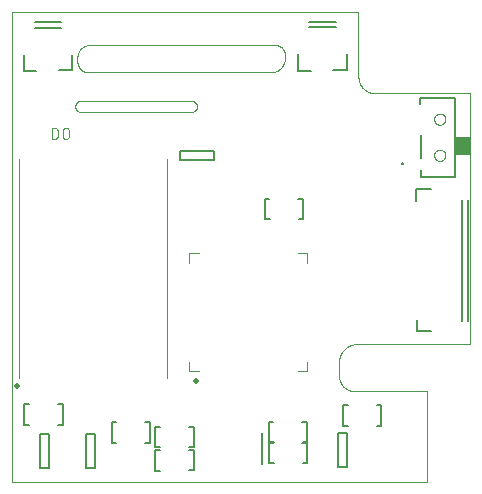
<source format=gto>
G75*
%MOIN*%
%OFA0B0*%
%FSLAX25Y25*%
%IPPOS*%
%LPD*%
%AMOC8*
5,1,8,0,0,1.08239X$1,22.5*
%
%ADD10C,0.00394*%
%ADD11C,0.00300*%
%ADD12R,0.05014X0.06202*%
%ADD13C,0.00787*%
%ADD14C,0.01969*%
%ADD15C,0.00472*%
%ADD16C,0.00600*%
%ADD17C,0.00000*%
D10*
X0022784Y0008696D02*
X0160949Y0008696D01*
X0160949Y0038821D01*
X0136952Y0038821D01*
X0136810Y0038823D01*
X0136668Y0038829D01*
X0136526Y0038839D01*
X0136385Y0038852D01*
X0136244Y0038870D01*
X0136103Y0038891D01*
X0135963Y0038917D01*
X0135824Y0038946D01*
X0135686Y0038979D01*
X0135549Y0039016D01*
X0135413Y0039056D01*
X0135278Y0039100D01*
X0135144Y0039148D01*
X0135011Y0039200D01*
X0134880Y0039255D01*
X0134751Y0039314D01*
X0134623Y0039377D01*
X0134498Y0039443D01*
X0134373Y0039512D01*
X0134251Y0039585D01*
X0134131Y0039661D01*
X0134013Y0039740D01*
X0133898Y0039823D01*
X0133785Y0039908D01*
X0133674Y0039997D01*
X0133565Y0040089D01*
X0133459Y0040184D01*
X0133356Y0040282D01*
X0133256Y0040382D01*
X0133158Y0040485D01*
X0133063Y0040591D01*
X0132971Y0040700D01*
X0132882Y0040811D01*
X0132797Y0040924D01*
X0132714Y0041039D01*
X0132635Y0041157D01*
X0132559Y0041277D01*
X0132486Y0041400D01*
X0132417Y0041524D01*
X0132351Y0041649D01*
X0132288Y0041777D01*
X0132229Y0041906D01*
X0132174Y0042037D01*
X0132122Y0042170D01*
X0132074Y0042304D01*
X0132030Y0042439D01*
X0131990Y0042575D01*
X0131953Y0042712D01*
X0131920Y0042850D01*
X0131891Y0042989D01*
X0131865Y0043129D01*
X0131844Y0043270D01*
X0131826Y0043411D01*
X0131813Y0043552D01*
X0131803Y0043694D01*
X0131797Y0043836D01*
X0131795Y0043978D01*
X0131795Y0048540D01*
X0131797Y0048694D01*
X0131803Y0048848D01*
X0131813Y0049001D01*
X0131827Y0049154D01*
X0131844Y0049307D01*
X0131866Y0049459D01*
X0131892Y0049611D01*
X0131921Y0049762D01*
X0131955Y0049912D01*
X0131992Y0050062D01*
X0132033Y0050210D01*
X0132078Y0050357D01*
X0132127Y0050503D01*
X0132179Y0050648D01*
X0132235Y0050791D01*
X0132295Y0050933D01*
X0132358Y0051073D01*
X0132425Y0051211D01*
X0132496Y0051348D01*
X0132570Y0051483D01*
X0132648Y0051616D01*
X0132728Y0051747D01*
X0132813Y0051876D01*
X0132900Y0052002D01*
X0132991Y0052126D01*
X0133085Y0052248D01*
X0133182Y0052368D01*
X0133282Y0052484D01*
X0133385Y0052599D01*
X0133491Y0052710D01*
X0133600Y0052819D01*
X0133711Y0052925D01*
X0133826Y0053028D01*
X0133942Y0053128D01*
X0134062Y0053225D01*
X0134184Y0053319D01*
X0134308Y0053410D01*
X0134434Y0053497D01*
X0134563Y0053582D01*
X0134694Y0053662D01*
X0134827Y0053740D01*
X0134962Y0053814D01*
X0135099Y0053885D01*
X0135237Y0053952D01*
X0135377Y0054015D01*
X0135519Y0054075D01*
X0135662Y0054131D01*
X0135807Y0054183D01*
X0135953Y0054232D01*
X0136100Y0054277D01*
X0136248Y0054318D01*
X0136398Y0054355D01*
X0136548Y0054389D01*
X0136699Y0054418D01*
X0136851Y0054444D01*
X0137003Y0054466D01*
X0137156Y0054483D01*
X0137309Y0054497D01*
X0137462Y0054507D01*
X0137616Y0054513D01*
X0137770Y0054515D01*
X0137770Y0054516D02*
X0175455Y0054516D01*
X0175455Y0138091D01*
X0143886Y0138091D01*
X0143738Y0138093D01*
X0143590Y0138099D01*
X0143443Y0138108D01*
X0143296Y0138122D01*
X0143149Y0138139D01*
X0143002Y0138161D01*
X0142857Y0138186D01*
X0142712Y0138214D01*
X0142568Y0138247D01*
X0142424Y0138283D01*
X0142282Y0138324D01*
X0142141Y0138367D01*
X0142001Y0138415D01*
X0141862Y0138466D01*
X0141725Y0138521D01*
X0141589Y0138579D01*
X0141454Y0138641D01*
X0141322Y0138707D01*
X0141191Y0138775D01*
X0141062Y0138848D01*
X0140935Y0138923D01*
X0140810Y0139002D01*
X0140687Y0139084D01*
X0140566Y0139170D01*
X0140448Y0139258D01*
X0140332Y0139350D01*
X0140218Y0139444D01*
X0140107Y0139542D01*
X0139998Y0139642D01*
X0139892Y0139745D01*
X0139789Y0139851D01*
X0139689Y0139960D01*
X0139591Y0140071D01*
X0139497Y0140185D01*
X0139405Y0140301D01*
X0139317Y0140419D01*
X0139231Y0140540D01*
X0139149Y0140663D01*
X0139070Y0140788D01*
X0138995Y0140915D01*
X0138922Y0141044D01*
X0138854Y0141175D01*
X0138788Y0141307D01*
X0138726Y0141442D01*
X0138668Y0141578D01*
X0138613Y0141715D01*
X0138562Y0141854D01*
X0138514Y0141994D01*
X0138471Y0142135D01*
X0138430Y0142277D01*
X0138394Y0142421D01*
X0138361Y0142565D01*
X0138333Y0142710D01*
X0138308Y0142855D01*
X0138286Y0143002D01*
X0138269Y0143149D01*
X0138255Y0143296D01*
X0138246Y0143443D01*
X0138240Y0143591D01*
X0138238Y0143739D01*
X0138239Y0143739D02*
X0138239Y0165285D01*
X0022784Y0165285D01*
X0022784Y0008696D01*
X0045436Y0131992D02*
X0082738Y0131992D01*
X0082818Y0131994D01*
X0082897Y0132000D01*
X0082977Y0132009D01*
X0083055Y0132022D01*
X0083133Y0132039D01*
X0083210Y0132060D01*
X0083286Y0132084D01*
X0083361Y0132112D01*
X0083435Y0132144D01*
X0083506Y0132178D01*
X0083577Y0132217D01*
X0083645Y0132258D01*
X0083711Y0132303D01*
X0083775Y0132351D01*
X0083836Y0132402D01*
X0083895Y0132455D01*
X0083952Y0132512D01*
X0084005Y0132571D01*
X0084056Y0132632D01*
X0084104Y0132696D01*
X0084149Y0132762D01*
X0084190Y0132831D01*
X0084229Y0132901D01*
X0084263Y0132972D01*
X0084295Y0133046D01*
X0084323Y0133121D01*
X0084347Y0133197D01*
X0084368Y0133274D01*
X0084385Y0133352D01*
X0084398Y0133430D01*
X0084407Y0133510D01*
X0084413Y0133589D01*
X0084415Y0133669D01*
X0084413Y0133755D01*
X0084407Y0133841D01*
X0084398Y0133927D01*
X0084385Y0134013D01*
X0084368Y0134097D01*
X0084348Y0134181D01*
X0084323Y0134264D01*
X0084296Y0134346D01*
X0084264Y0134426D01*
X0084230Y0134505D01*
X0084191Y0134583D01*
X0084150Y0134659D01*
X0084105Y0134732D01*
X0084057Y0134804D01*
X0084006Y0134874D01*
X0083952Y0134941D01*
X0083895Y0135006D01*
X0083835Y0135068D01*
X0083773Y0135128D01*
X0083708Y0135185D01*
X0083641Y0135239D01*
X0083571Y0135290D01*
X0083499Y0135338D01*
X0083426Y0135383D01*
X0083350Y0135424D01*
X0083272Y0135463D01*
X0083193Y0135497D01*
X0083113Y0135529D01*
X0083031Y0135556D01*
X0082948Y0135581D01*
X0082864Y0135601D01*
X0082780Y0135618D01*
X0082694Y0135631D01*
X0082608Y0135640D01*
X0082522Y0135646D01*
X0082436Y0135648D01*
X0081529Y0135648D01*
X0081529Y0135647D01*
X0081528Y0135646D01*
X0081527Y0135646D01*
X0045655Y0135646D01*
X0045656Y0135646D02*
X0045573Y0135644D01*
X0045491Y0135638D01*
X0045409Y0135629D01*
X0045328Y0135616D01*
X0045247Y0135599D01*
X0045167Y0135578D01*
X0045088Y0135554D01*
X0045011Y0135526D01*
X0044934Y0135494D01*
X0044860Y0135459D01*
X0044787Y0135421D01*
X0044715Y0135379D01*
X0044646Y0135334D01*
X0044579Y0135286D01*
X0044515Y0135235D01*
X0044452Y0135180D01*
X0044393Y0135123D01*
X0044336Y0135064D01*
X0044281Y0135002D01*
X0044230Y0134937D01*
X0044182Y0134870D01*
X0044137Y0134801D01*
X0044095Y0134730D01*
X0044057Y0134657D01*
X0044022Y0134582D01*
X0043990Y0134506D01*
X0043962Y0134428D01*
X0043937Y0134350D01*
X0043917Y0134270D01*
X0043900Y0134189D01*
X0043886Y0134108D01*
X0043877Y0134026D01*
X0043871Y0133943D01*
X0043869Y0133861D01*
X0043869Y0133559D01*
X0043871Y0133482D01*
X0043877Y0133405D01*
X0043886Y0133329D01*
X0043899Y0133253D01*
X0043916Y0133178D01*
X0043936Y0133104D01*
X0043961Y0133031D01*
X0043988Y0132959D01*
X0044019Y0132889D01*
X0044054Y0132820D01*
X0044092Y0132753D01*
X0044133Y0132688D01*
X0044177Y0132626D01*
X0044225Y0132565D01*
X0044275Y0132507D01*
X0044328Y0132451D01*
X0044384Y0132398D01*
X0044442Y0132348D01*
X0044503Y0132300D01*
X0044565Y0132256D01*
X0044630Y0132215D01*
X0044697Y0132177D01*
X0044766Y0132142D01*
X0044836Y0132111D01*
X0044908Y0132084D01*
X0044981Y0132059D01*
X0045055Y0132039D01*
X0045130Y0132022D01*
X0045206Y0132009D01*
X0045282Y0132000D01*
X0045359Y0131994D01*
X0045436Y0131992D01*
X0048098Y0145156D02*
X0109088Y0145156D01*
X0109089Y0145156D02*
X0109224Y0145159D01*
X0109360Y0145165D01*
X0109495Y0145176D01*
X0109630Y0145190D01*
X0109764Y0145208D01*
X0109898Y0145230D01*
X0110031Y0145257D01*
X0110163Y0145286D01*
X0110294Y0145320D01*
X0110425Y0145358D01*
X0110554Y0145399D01*
X0110682Y0145444D01*
X0110808Y0145493D01*
X0110933Y0145545D01*
X0111057Y0145602D01*
X0111179Y0145661D01*
X0111299Y0145724D01*
X0111417Y0145791D01*
X0111533Y0145861D01*
X0111647Y0145934D01*
X0111759Y0146011D01*
X0111868Y0146091D01*
X0111976Y0146174D01*
X0112080Y0146260D01*
X0112183Y0146349D01*
X0112282Y0146441D01*
X0112379Y0146536D01*
X0112473Y0146634D01*
X0112564Y0146734D01*
X0112652Y0146837D01*
X0112738Y0146943D01*
X0112820Y0147051D01*
X0112899Y0147161D01*
X0112974Y0147273D01*
X0113047Y0147388D01*
X0113116Y0147505D01*
X0113181Y0147623D01*
X0113243Y0147744D01*
X0113302Y0147866D01*
X0113357Y0147990D01*
X0113408Y0148116D01*
X0113456Y0148243D01*
X0113500Y0148371D01*
X0113540Y0148501D01*
X0113576Y0148631D01*
X0113609Y0148763D01*
X0113638Y0148895D01*
X0113663Y0149029D01*
X0113684Y0149163D01*
X0113701Y0149297D01*
X0113714Y0149432D01*
X0113723Y0149567D01*
X0113729Y0149703D01*
X0113730Y0149839D01*
X0113729Y0149838D02*
X0113729Y0150957D01*
X0113727Y0151069D01*
X0113721Y0151180D01*
X0113712Y0151292D01*
X0113699Y0151403D01*
X0113681Y0151513D01*
X0113661Y0151623D01*
X0113636Y0151732D01*
X0113608Y0151840D01*
X0113576Y0151947D01*
X0113540Y0152053D01*
X0113501Y0152158D01*
X0113458Y0152261D01*
X0113412Y0152363D01*
X0113362Y0152463D01*
X0113309Y0152562D01*
X0113252Y0152658D01*
X0113193Y0152753D01*
X0113130Y0152845D01*
X0113064Y0152935D01*
X0112995Y0153023D01*
X0112923Y0153109D01*
X0112848Y0153192D01*
X0112770Y0153272D01*
X0112690Y0153350D01*
X0112607Y0153425D01*
X0112521Y0153497D01*
X0112433Y0153566D01*
X0112343Y0153632D01*
X0112251Y0153695D01*
X0112156Y0153754D01*
X0112060Y0153811D01*
X0111961Y0153864D01*
X0111861Y0153914D01*
X0111759Y0153960D01*
X0111656Y0154003D01*
X0111551Y0154042D01*
X0111445Y0154078D01*
X0111338Y0154110D01*
X0111230Y0154138D01*
X0111121Y0154163D01*
X0111011Y0154183D01*
X0110901Y0154201D01*
X0110790Y0154214D01*
X0110678Y0154223D01*
X0110567Y0154229D01*
X0110455Y0154231D01*
X0110455Y0154230D02*
X0048720Y0154230D01*
X0048592Y0154228D01*
X0048464Y0154222D01*
X0048337Y0154212D01*
X0048210Y0154199D01*
X0048083Y0154181D01*
X0047957Y0154159D01*
X0047831Y0154134D01*
X0047707Y0154105D01*
X0047583Y0154071D01*
X0047461Y0154035D01*
X0047339Y0153994D01*
X0047219Y0153949D01*
X0047101Y0153901D01*
X0046984Y0153850D01*
X0046868Y0153795D01*
X0046755Y0153736D01*
X0046643Y0153673D01*
X0046533Y0153608D01*
X0046425Y0153539D01*
X0046320Y0153466D01*
X0046217Y0153391D01*
X0046116Y0153312D01*
X0046017Y0153231D01*
X0045921Y0153146D01*
X0045828Y0153058D01*
X0045738Y0152968D01*
X0045650Y0152875D01*
X0045565Y0152779D01*
X0045484Y0152680D01*
X0045405Y0152579D01*
X0045330Y0152476D01*
X0045257Y0152371D01*
X0045188Y0152263D01*
X0045123Y0152153D01*
X0045060Y0152041D01*
X0045001Y0151928D01*
X0044946Y0151812D01*
X0044895Y0151695D01*
X0044847Y0151577D01*
X0044802Y0151457D01*
X0044761Y0151335D01*
X0044725Y0151213D01*
X0044691Y0151089D01*
X0044662Y0150965D01*
X0044637Y0150839D01*
X0044615Y0150713D01*
X0044597Y0150586D01*
X0044584Y0150459D01*
X0044574Y0150332D01*
X0044568Y0150204D01*
X0044566Y0150076D01*
X0044566Y0148688D01*
X0044568Y0148570D01*
X0044574Y0148452D01*
X0044584Y0148334D01*
X0044598Y0148217D01*
X0044615Y0148101D01*
X0044637Y0147984D01*
X0044662Y0147869D01*
X0044691Y0147755D01*
X0044725Y0147642D01*
X0044761Y0147529D01*
X0044802Y0147419D01*
X0044846Y0147309D01*
X0044894Y0147201D01*
X0044946Y0147095D01*
X0045001Y0146991D01*
X0045059Y0146888D01*
X0045121Y0146787D01*
X0045186Y0146689D01*
X0045254Y0146593D01*
X0045326Y0146499D01*
X0045401Y0146408D01*
X0045478Y0146319D01*
X0045559Y0146233D01*
X0045643Y0146149D01*
X0045729Y0146068D01*
X0045818Y0145991D01*
X0045909Y0145916D01*
X0046003Y0145844D01*
X0046099Y0145776D01*
X0046197Y0145711D01*
X0046298Y0145649D01*
X0046401Y0145591D01*
X0046505Y0145536D01*
X0046611Y0145484D01*
X0046719Y0145436D01*
X0046829Y0145392D01*
X0046939Y0145351D01*
X0047052Y0145315D01*
X0047165Y0145281D01*
X0047279Y0145252D01*
X0047394Y0145227D01*
X0047511Y0145205D01*
X0047627Y0145188D01*
X0047744Y0145174D01*
X0047862Y0145164D01*
X0047980Y0145158D01*
X0048098Y0145156D01*
X0170454Y0133339D02*
X0170454Y0113653D01*
D11*
X0041727Y0123937D02*
X0041727Y0125581D01*
X0041725Y0125644D01*
X0041719Y0125707D01*
X0041709Y0125770D01*
X0041696Y0125832D01*
X0041679Y0125893D01*
X0041658Y0125952D01*
X0041633Y0126011D01*
X0041605Y0126067D01*
X0041573Y0126122D01*
X0041538Y0126175D01*
X0041500Y0126225D01*
X0041459Y0126274D01*
X0041415Y0126319D01*
X0041368Y0126362D01*
X0041319Y0126401D01*
X0041267Y0126438D01*
X0041213Y0126471D01*
X0041157Y0126501D01*
X0041100Y0126528D01*
X0041041Y0126551D01*
X0040980Y0126570D01*
X0040919Y0126585D01*
X0040857Y0126597D01*
X0040794Y0126605D01*
X0040731Y0126609D01*
X0040667Y0126609D01*
X0040604Y0126605D01*
X0040541Y0126597D01*
X0040479Y0126585D01*
X0040418Y0126570D01*
X0040357Y0126551D01*
X0040298Y0126528D01*
X0040241Y0126501D01*
X0040185Y0126471D01*
X0040131Y0126438D01*
X0040079Y0126401D01*
X0040030Y0126362D01*
X0039983Y0126319D01*
X0039939Y0126274D01*
X0039898Y0126225D01*
X0039860Y0126175D01*
X0039825Y0126122D01*
X0039793Y0126067D01*
X0039765Y0126011D01*
X0039740Y0125952D01*
X0039719Y0125893D01*
X0039702Y0125832D01*
X0039689Y0125770D01*
X0039679Y0125707D01*
X0039673Y0125644D01*
X0039671Y0125581D01*
X0039672Y0125581D02*
X0039672Y0123937D01*
X0039671Y0123937D02*
X0039673Y0123874D01*
X0039679Y0123811D01*
X0039689Y0123748D01*
X0039702Y0123686D01*
X0039719Y0123625D01*
X0039740Y0123566D01*
X0039765Y0123507D01*
X0039793Y0123451D01*
X0039825Y0123396D01*
X0039860Y0123343D01*
X0039898Y0123293D01*
X0039939Y0123244D01*
X0039983Y0123199D01*
X0040030Y0123156D01*
X0040079Y0123117D01*
X0040131Y0123080D01*
X0040185Y0123047D01*
X0040241Y0123017D01*
X0040298Y0122990D01*
X0040357Y0122967D01*
X0040418Y0122948D01*
X0040479Y0122933D01*
X0040541Y0122921D01*
X0040604Y0122913D01*
X0040667Y0122909D01*
X0040731Y0122909D01*
X0040794Y0122913D01*
X0040857Y0122921D01*
X0040919Y0122933D01*
X0040980Y0122948D01*
X0041041Y0122967D01*
X0041100Y0122990D01*
X0041157Y0123017D01*
X0041213Y0123047D01*
X0041267Y0123080D01*
X0041319Y0123117D01*
X0041368Y0123156D01*
X0041415Y0123199D01*
X0041459Y0123244D01*
X0041500Y0123293D01*
X0041538Y0123343D01*
X0041573Y0123396D01*
X0041605Y0123451D01*
X0041633Y0123507D01*
X0041658Y0123566D01*
X0041679Y0123625D01*
X0041696Y0123686D01*
X0041709Y0123748D01*
X0041719Y0123811D01*
X0041725Y0123874D01*
X0041727Y0123937D01*
X0038007Y0123937D02*
X0038007Y0125581D01*
X0038005Y0125643D01*
X0038000Y0125705D01*
X0037990Y0125766D01*
X0037977Y0125827D01*
X0037960Y0125887D01*
X0037940Y0125946D01*
X0037916Y0126003D01*
X0037889Y0126059D01*
X0037859Y0126113D01*
X0037825Y0126165D01*
X0037788Y0126215D01*
X0037748Y0126263D01*
X0037706Y0126308D01*
X0037661Y0126350D01*
X0037613Y0126390D01*
X0037563Y0126427D01*
X0037511Y0126461D01*
X0037457Y0126491D01*
X0037401Y0126518D01*
X0037344Y0126542D01*
X0037285Y0126562D01*
X0037225Y0126579D01*
X0037164Y0126592D01*
X0037103Y0126602D01*
X0037041Y0126607D01*
X0036979Y0126609D01*
X0035952Y0126609D01*
X0035952Y0122909D01*
X0036979Y0122909D01*
X0037041Y0122911D01*
X0037103Y0122916D01*
X0037164Y0122926D01*
X0037225Y0122939D01*
X0037285Y0122956D01*
X0037344Y0122976D01*
X0037401Y0123000D01*
X0037457Y0123027D01*
X0037511Y0123057D01*
X0037563Y0123091D01*
X0037613Y0123128D01*
X0037661Y0123168D01*
X0037706Y0123210D01*
X0037748Y0123255D01*
X0037788Y0123303D01*
X0037825Y0123353D01*
X0037859Y0123405D01*
X0037889Y0123459D01*
X0037916Y0123515D01*
X0037940Y0123572D01*
X0037960Y0123631D01*
X0037977Y0123691D01*
X0037990Y0123752D01*
X0038000Y0123813D01*
X0038005Y0123875D01*
X0038007Y0123937D01*
D12*
X0173075Y0120632D03*
D13*
X0170423Y0110096D02*
X0158998Y0110096D01*
X0158998Y0112423D01*
X0159066Y0116665D02*
X0159066Y0124260D01*
X0158793Y0134591D02*
X0158793Y0136712D01*
X0170423Y0136712D01*
X0170423Y0110096D01*
X0172774Y0102537D02*
X0172774Y0062201D01*
X0174596Y0062202D02*
X0174596Y0102538D01*
X0162565Y0106208D02*
X0157577Y0106208D01*
X0157577Y0102130D01*
X0153131Y0114638D02*
X0153129Y0114611D01*
X0153124Y0114585D01*
X0153115Y0114560D01*
X0153102Y0114536D01*
X0153087Y0114514D01*
X0153068Y0114494D01*
X0153048Y0114477D01*
X0153025Y0114463D01*
X0153000Y0114452D01*
X0152974Y0114445D01*
X0152947Y0114441D01*
X0152921Y0114441D01*
X0152894Y0114445D01*
X0152868Y0114452D01*
X0152843Y0114463D01*
X0152820Y0114477D01*
X0152800Y0114494D01*
X0152781Y0114514D01*
X0152766Y0114536D01*
X0152753Y0114560D01*
X0152744Y0114585D01*
X0152739Y0114611D01*
X0152737Y0114638D01*
X0152739Y0114665D01*
X0152744Y0114691D01*
X0152753Y0114716D01*
X0152766Y0114740D01*
X0152781Y0114762D01*
X0152800Y0114782D01*
X0152820Y0114799D01*
X0152843Y0114813D01*
X0152868Y0114824D01*
X0152894Y0114831D01*
X0152921Y0114835D01*
X0152947Y0114835D01*
X0152974Y0114831D01*
X0153000Y0114824D01*
X0153025Y0114813D01*
X0153048Y0114799D01*
X0153068Y0114782D01*
X0153087Y0114762D01*
X0153102Y0114740D01*
X0153115Y0114716D01*
X0153124Y0114691D01*
X0153129Y0114665D01*
X0153131Y0114638D01*
X0153129Y0114611D01*
X0153124Y0114585D01*
X0153115Y0114560D01*
X0153102Y0114536D01*
X0153087Y0114514D01*
X0153068Y0114494D01*
X0153048Y0114477D01*
X0153025Y0114463D01*
X0153000Y0114452D01*
X0152974Y0114445D01*
X0152947Y0114441D01*
X0152921Y0114441D01*
X0152894Y0114445D01*
X0152868Y0114452D01*
X0152843Y0114463D01*
X0152820Y0114477D01*
X0152800Y0114494D01*
X0152781Y0114514D01*
X0152766Y0114536D01*
X0152753Y0114560D01*
X0152744Y0114585D01*
X0152739Y0114611D01*
X0152737Y0114638D01*
X0119811Y0103042D02*
X0119811Y0096258D01*
X0118272Y0096258D01*
X0118215Y0103042D02*
X0119811Y0103042D01*
X0108561Y0103023D02*
X0107021Y0103023D01*
X0107021Y0096239D01*
X0108618Y0096239D01*
X0157596Y0062640D02*
X0157596Y0058781D01*
X0162522Y0058781D01*
X0145891Y0034108D02*
X0144294Y0034108D01*
X0145891Y0034108D02*
X0145891Y0027324D01*
X0144351Y0027324D01*
X0134697Y0027305D02*
X0133101Y0027305D01*
X0133101Y0034090D01*
X0134640Y0034090D01*
X0121141Y0028550D02*
X0121141Y0021766D01*
X0119602Y0021766D01*
X0119545Y0021614D02*
X0121141Y0021614D01*
X0121141Y0014830D01*
X0119602Y0014830D01*
X0109948Y0014811D02*
X0108351Y0014811D01*
X0108351Y0021595D01*
X0109891Y0021595D01*
X0109948Y0021747D02*
X0108351Y0021747D01*
X0108351Y0028531D01*
X0109891Y0028531D01*
X0119545Y0028550D02*
X0121141Y0028550D01*
X0083320Y0027006D02*
X0083320Y0020222D01*
X0081781Y0020222D01*
X0081763Y0019207D02*
X0083359Y0019207D01*
X0083359Y0012423D01*
X0081820Y0012423D01*
X0072166Y0012404D02*
X0070570Y0012404D01*
X0070570Y0019188D01*
X0072109Y0019188D01*
X0072126Y0020203D02*
X0070530Y0020203D01*
X0070530Y0026987D01*
X0072069Y0026987D01*
X0068750Y0028431D02*
X0068750Y0021646D01*
X0067211Y0021646D01*
X0067154Y0028431D02*
X0068750Y0028431D01*
X0057500Y0028412D02*
X0055961Y0028412D01*
X0055961Y0021627D01*
X0057557Y0021627D01*
X0039599Y0027660D02*
X0038060Y0027660D01*
X0039599Y0027660D02*
X0039599Y0034445D01*
X0038003Y0034445D01*
X0028349Y0034426D02*
X0026810Y0034426D01*
X0026810Y0027641D01*
X0028406Y0027641D01*
X0081724Y0027006D02*
X0083320Y0027006D01*
X0118168Y0145715D02*
X0122386Y0145715D01*
X0118168Y0145715D02*
X0118168Y0151074D01*
X0121859Y0160128D02*
X0130753Y0160128D01*
X0130766Y0162020D02*
X0121873Y0162020D01*
X0134301Y0151074D02*
X0134301Y0145943D01*
X0129872Y0145915D01*
X0042737Y0145864D02*
X0042737Y0150995D01*
X0042737Y0145864D02*
X0038308Y0145837D01*
X0030823Y0145636D02*
X0026604Y0145636D01*
X0026604Y0150995D01*
X0030296Y0160049D02*
X0039189Y0160049D01*
X0039203Y0161941D02*
X0030309Y0161941D01*
D14*
X0024415Y0040512D03*
X0083987Y0042217D03*
D15*
X0084971Y0045408D02*
X0081764Y0045408D01*
X0081764Y0048614D01*
X0074414Y0043283D02*
X0074414Y0116118D01*
X0081764Y0084778D02*
X0081764Y0081572D01*
X0081764Y0084778D02*
X0084971Y0084778D01*
X0117928Y0084778D02*
X0121135Y0084778D01*
X0121135Y0081572D01*
X0121135Y0048614D02*
X0121135Y0045408D01*
X0117928Y0045408D01*
X0025163Y0043283D02*
X0025163Y0116118D01*
D16*
X0078722Y0115797D02*
X0078722Y0118797D01*
X0090122Y0118797D01*
X0090122Y0115797D01*
X0078722Y0115797D01*
X0106181Y0024962D02*
X0106181Y0014614D01*
X0131561Y0013661D02*
X0134561Y0013661D01*
X0134561Y0025061D01*
X0131561Y0025061D01*
X0131561Y0013661D01*
X0050294Y0013279D02*
X0047294Y0013279D01*
X0047294Y0024679D01*
X0050294Y0024679D01*
X0050294Y0013279D01*
X0035117Y0013279D02*
X0032117Y0013279D01*
X0032117Y0024679D01*
X0035117Y0024679D01*
X0035117Y0013279D01*
D17*
X0163466Y0117480D02*
X0163468Y0117566D01*
X0163474Y0117653D01*
X0163484Y0117738D01*
X0163498Y0117824D01*
X0163516Y0117908D01*
X0163537Y0117992D01*
X0163563Y0118074D01*
X0163592Y0118156D01*
X0163625Y0118235D01*
X0163662Y0118314D01*
X0163702Y0118390D01*
X0163746Y0118464D01*
X0163793Y0118537D01*
X0163844Y0118607D01*
X0163897Y0118675D01*
X0163954Y0118740D01*
X0164014Y0118802D01*
X0164076Y0118862D01*
X0164141Y0118919D01*
X0164209Y0118972D01*
X0164279Y0119023D01*
X0164352Y0119070D01*
X0164426Y0119114D01*
X0164502Y0119154D01*
X0164581Y0119191D01*
X0164660Y0119224D01*
X0164742Y0119253D01*
X0164824Y0119279D01*
X0164908Y0119300D01*
X0164992Y0119318D01*
X0165078Y0119332D01*
X0165163Y0119342D01*
X0165250Y0119348D01*
X0165336Y0119350D01*
X0165422Y0119348D01*
X0165509Y0119342D01*
X0165594Y0119332D01*
X0165680Y0119318D01*
X0165764Y0119300D01*
X0165848Y0119279D01*
X0165930Y0119253D01*
X0166012Y0119224D01*
X0166091Y0119191D01*
X0166170Y0119154D01*
X0166246Y0119114D01*
X0166320Y0119070D01*
X0166393Y0119023D01*
X0166463Y0118972D01*
X0166531Y0118919D01*
X0166596Y0118862D01*
X0166658Y0118802D01*
X0166718Y0118740D01*
X0166775Y0118675D01*
X0166828Y0118607D01*
X0166879Y0118537D01*
X0166926Y0118464D01*
X0166970Y0118390D01*
X0167010Y0118314D01*
X0167047Y0118235D01*
X0167080Y0118156D01*
X0167109Y0118074D01*
X0167135Y0117992D01*
X0167156Y0117908D01*
X0167174Y0117824D01*
X0167188Y0117738D01*
X0167198Y0117653D01*
X0167204Y0117566D01*
X0167206Y0117480D01*
X0167204Y0117394D01*
X0167198Y0117307D01*
X0167188Y0117222D01*
X0167174Y0117136D01*
X0167156Y0117052D01*
X0167135Y0116968D01*
X0167109Y0116886D01*
X0167080Y0116804D01*
X0167047Y0116725D01*
X0167010Y0116646D01*
X0166970Y0116570D01*
X0166926Y0116496D01*
X0166879Y0116423D01*
X0166828Y0116353D01*
X0166775Y0116285D01*
X0166718Y0116220D01*
X0166658Y0116158D01*
X0166596Y0116098D01*
X0166531Y0116041D01*
X0166463Y0115988D01*
X0166393Y0115937D01*
X0166320Y0115890D01*
X0166246Y0115846D01*
X0166170Y0115806D01*
X0166091Y0115769D01*
X0166012Y0115736D01*
X0165930Y0115707D01*
X0165848Y0115681D01*
X0165764Y0115660D01*
X0165680Y0115642D01*
X0165594Y0115628D01*
X0165509Y0115618D01*
X0165422Y0115612D01*
X0165336Y0115610D01*
X0165250Y0115612D01*
X0165163Y0115618D01*
X0165078Y0115628D01*
X0164992Y0115642D01*
X0164908Y0115660D01*
X0164824Y0115681D01*
X0164742Y0115707D01*
X0164660Y0115736D01*
X0164581Y0115769D01*
X0164502Y0115806D01*
X0164426Y0115846D01*
X0164352Y0115890D01*
X0164279Y0115937D01*
X0164209Y0115988D01*
X0164141Y0116041D01*
X0164076Y0116098D01*
X0164014Y0116158D01*
X0163954Y0116220D01*
X0163897Y0116285D01*
X0163844Y0116353D01*
X0163793Y0116423D01*
X0163746Y0116496D01*
X0163702Y0116570D01*
X0163662Y0116646D01*
X0163625Y0116725D01*
X0163592Y0116804D01*
X0163563Y0116886D01*
X0163537Y0116968D01*
X0163516Y0117052D01*
X0163498Y0117136D01*
X0163484Y0117222D01*
X0163474Y0117307D01*
X0163468Y0117394D01*
X0163466Y0117480D01*
X0163466Y0129512D02*
X0163468Y0129598D01*
X0163474Y0129685D01*
X0163484Y0129770D01*
X0163498Y0129856D01*
X0163516Y0129940D01*
X0163537Y0130024D01*
X0163563Y0130106D01*
X0163592Y0130188D01*
X0163625Y0130267D01*
X0163662Y0130346D01*
X0163702Y0130422D01*
X0163746Y0130496D01*
X0163793Y0130569D01*
X0163844Y0130639D01*
X0163897Y0130707D01*
X0163954Y0130772D01*
X0164014Y0130834D01*
X0164076Y0130894D01*
X0164141Y0130951D01*
X0164209Y0131004D01*
X0164279Y0131055D01*
X0164352Y0131102D01*
X0164426Y0131146D01*
X0164502Y0131186D01*
X0164581Y0131223D01*
X0164660Y0131256D01*
X0164742Y0131285D01*
X0164824Y0131311D01*
X0164908Y0131332D01*
X0164992Y0131350D01*
X0165078Y0131364D01*
X0165163Y0131374D01*
X0165250Y0131380D01*
X0165336Y0131382D01*
X0165422Y0131380D01*
X0165509Y0131374D01*
X0165594Y0131364D01*
X0165680Y0131350D01*
X0165764Y0131332D01*
X0165848Y0131311D01*
X0165930Y0131285D01*
X0166012Y0131256D01*
X0166091Y0131223D01*
X0166170Y0131186D01*
X0166246Y0131146D01*
X0166320Y0131102D01*
X0166393Y0131055D01*
X0166463Y0131004D01*
X0166531Y0130951D01*
X0166596Y0130894D01*
X0166658Y0130834D01*
X0166718Y0130772D01*
X0166775Y0130707D01*
X0166828Y0130639D01*
X0166879Y0130569D01*
X0166926Y0130496D01*
X0166970Y0130422D01*
X0167010Y0130346D01*
X0167047Y0130267D01*
X0167080Y0130188D01*
X0167109Y0130106D01*
X0167135Y0130024D01*
X0167156Y0129940D01*
X0167174Y0129856D01*
X0167188Y0129770D01*
X0167198Y0129685D01*
X0167204Y0129598D01*
X0167206Y0129512D01*
X0167204Y0129426D01*
X0167198Y0129339D01*
X0167188Y0129254D01*
X0167174Y0129168D01*
X0167156Y0129084D01*
X0167135Y0129000D01*
X0167109Y0128918D01*
X0167080Y0128836D01*
X0167047Y0128757D01*
X0167010Y0128678D01*
X0166970Y0128602D01*
X0166926Y0128528D01*
X0166879Y0128455D01*
X0166828Y0128385D01*
X0166775Y0128317D01*
X0166718Y0128252D01*
X0166658Y0128190D01*
X0166596Y0128130D01*
X0166531Y0128073D01*
X0166463Y0128020D01*
X0166393Y0127969D01*
X0166320Y0127922D01*
X0166246Y0127878D01*
X0166170Y0127838D01*
X0166091Y0127801D01*
X0166012Y0127768D01*
X0165930Y0127739D01*
X0165848Y0127713D01*
X0165764Y0127692D01*
X0165680Y0127674D01*
X0165594Y0127660D01*
X0165509Y0127650D01*
X0165422Y0127644D01*
X0165336Y0127642D01*
X0165250Y0127644D01*
X0165163Y0127650D01*
X0165078Y0127660D01*
X0164992Y0127674D01*
X0164908Y0127692D01*
X0164824Y0127713D01*
X0164742Y0127739D01*
X0164660Y0127768D01*
X0164581Y0127801D01*
X0164502Y0127838D01*
X0164426Y0127878D01*
X0164352Y0127922D01*
X0164279Y0127969D01*
X0164209Y0128020D01*
X0164141Y0128073D01*
X0164076Y0128130D01*
X0164014Y0128190D01*
X0163954Y0128252D01*
X0163897Y0128317D01*
X0163844Y0128385D01*
X0163793Y0128455D01*
X0163746Y0128528D01*
X0163702Y0128602D01*
X0163662Y0128678D01*
X0163625Y0128757D01*
X0163592Y0128836D01*
X0163563Y0128918D01*
X0163537Y0129000D01*
X0163516Y0129084D01*
X0163498Y0129168D01*
X0163484Y0129254D01*
X0163474Y0129339D01*
X0163468Y0129426D01*
X0163466Y0129512D01*
M02*

</source>
